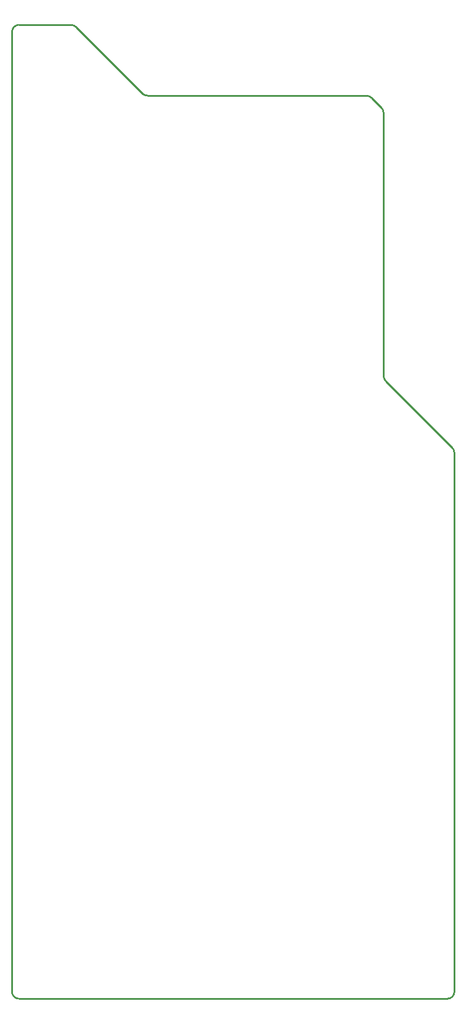
<source format=gko>
G04*
G04 #@! TF.GenerationSoftware,Altium Limited,Altium Designer,21.7.2 (23)*
G04*
G04 Layer_Color=16711935*
%FSLAX43Y43*%
%MOMM*%
G71*
G04*
G04 #@! TF.SameCoordinates,CDD7AD83-C9AE-4F87-97AC-33ADADA6BBDB*
G04*
G04*
G04 #@! TF.FilePolarity,Positive*
G04*
G01*
G75*
%ADD11C,0.250*%
%ADD16C,0.254*%
D11*
X103648Y138592D02*
X113192Y129047D01*
X103340Y139335D02*
Y177070D01*
X101617Y179227D02*
X103032Y177812D01*
X101617Y179227D02*
Y179232D01*
X69485Y179540D02*
X100875D01*
X59197Y189392D02*
X68742Y179847D01*
D16*
X113500Y128305D02*
G03*
X113192Y129047I-1050J0D01*
G01*
X103340Y139335D02*
G03*
X103648Y138593I1050J-0D01*
G01*
X103340Y177070D02*
G03*
X103032Y177812I-1050J0D01*
G01*
X101617Y179232D02*
G03*
X100875Y179540I-742J-742D01*
G01*
X68743Y179848D02*
G03*
X69485Y179540I742J742D01*
G01*
X59197Y189392D02*
G03*
X58455Y189700I-742J-742D01*
G01*
X112500Y50000D02*
G03*
X113500Y51000I0J1000D01*
G01*
X51000Y189700D02*
G03*
X50000Y188700I0J-1000D01*
G01*
Y51000D02*
G03*
X51000Y50000I1000J0D01*
G01*
X50000Y51000D02*
Y188700D01*
X51000Y189700D02*
X58455D01*
X51000Y50000D02*
X112500D01*
X113500Y128305D02*
X113500Y51000D01*
M02*

</source>
